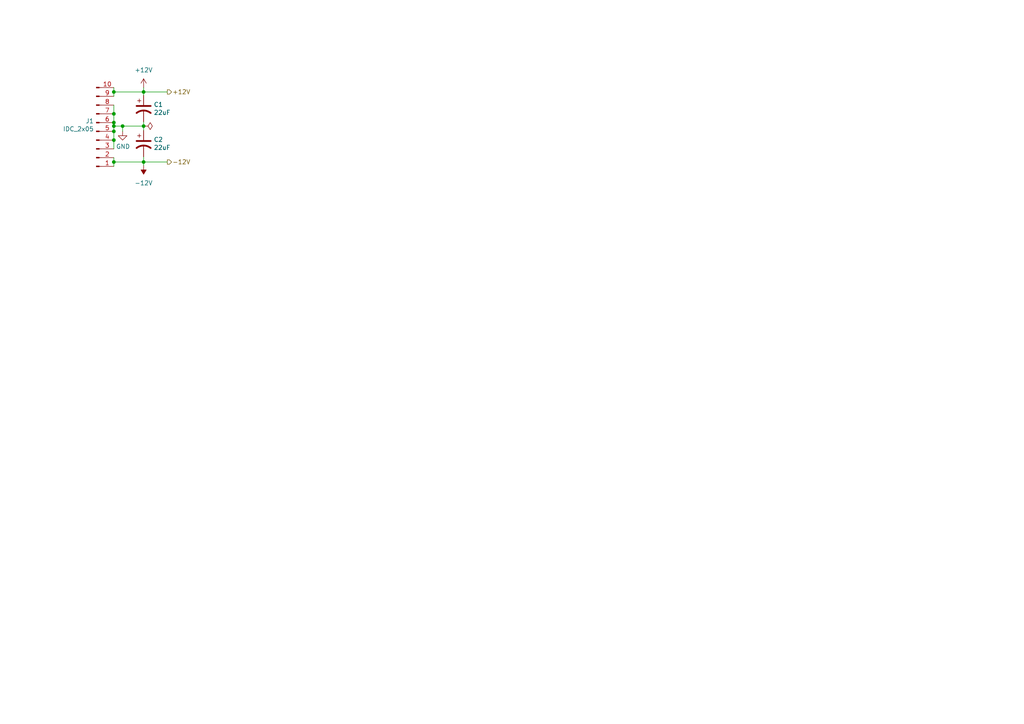
<source format=kicad_sch>
(kicad_sch (version 20211123) (generator eeschema)
  (paper "A4")
  (lib_symbols
    (symbol "Connector:Conn_01x10_Male" (pin_names (offset 1.016) hide)
      (property "Reference" "J" (at 0 12.7 0))
      (property "Value" "Conn_01x10_Male" (at 0 -15.24 0))
      (symbol "Conn_01x10_Male_1_1"
        (polyline (pts (xy 1.27 -12.7) (xy 0.8636 -12.7)) (stroke (width 0.1524)))
        (polyline (pts (xy 1.27 -10.16) (xy 0.8636 -10.16)) (stroke (width 0.1524)))
        (polyline (pts (xy 1.27 -7.62) (xy 0.8636 -7.62)) (stroke (width 0.1524)))
        (polyline (pts (xy 1.27 -5.08) (xy 0.8636 -5.08)) (stroke (width 0.1524)))
        (polyline (pts (xy 1.27 -2.54) (xy 0.8636 -2.54)) (stroke (width 0.1524)))
        (polyline (pts (xy 1.27 0) (xy 0.8636 0)) (stroke (width 0.1524)))
        (polyline (pts (xy 1.27 2.54) (xy 0.8636 2.54)) (stroke (width 0.1524)))
        (polyline (pts (xy 1.27 5.08) (xy 0.8636 5.08)) (stroke (width 0.1524)))
        (polyline (pts (xy 1.27 7.62) (xy 0.8636 7.62)) (stroke (width 0.1524)))
        (polyline (pts (xy 1.27 10.16) (xy 0.8636 10.16)) (stroke (width 0.1524)))
        (rectangle (start 0.8636 -12.573) (end 0 -12.827) (stroke (width 0.1524)) (fill (type outline)))
        (rectangle (start 0.8636 -10.033) (end 0 -10.287) (stroke (width 0.1524)) (fill (type outline)))
        (rectangle (start 0.8636 -7.493) (end 0 -7.747) (stroke (width 0.1524)) (fill (type outline)))
        (rectangle (start 0.8636 -4.953) (end 0 -5.207) (stroke (width 0.1524)) (fill (type outline)))
        (rectangle (start 0.8636 -2.413) (end 0 -2.667) (stroke (width 0.1524)) (fill (type outline)))
        (rectangle (start 0.8636 0.127) (end 0 -0.127) (stroke (width 0.1524)) (fill (type outline)))
        (rectangle (start 0.8636 2.667) (end 0 2.413) (stroke (width 0.1524)) (fill (type outline)))
        (rectangle (start 0.8636 5.207) (end 0 4.953) (stroke (width 0.1524)) (fill (type outline)))
        (rectangle (start 0.8636 7.747) (end 0 7.493) (stroke (width 0.1524)) (fill (type outline)))
        (rectangle (start 0.8636 10.287) (end 0 10.033) (stroke (width 0.1524)) (fill (type outline)))
        (pin passive line (at 5.08 10.16 180) (length 3.81) (name "Pin_1") (number "1"))
        (pin passive line (at 5.08 -12.7 180) (length 3.81) (name "Pin_10") (number "10"))
        (pin passive line (at 5.08 7.62 180) (length 3.81) (name "Pin_2") (number "2"))
        (pin passive line (at 5.08 5.08 180) (length 3.81) (name "Pin_3") (number "3"))
        (pin passive line (at 5.08 2.54 180) (length 3.81) (name "Pin_4") (number "4"))
        (pin passive line (at 5.08 0 180) (length 3.81) (name "Pin_5") (number "5"))
        (pin passive line (at 5.08 -2.54 180) (length 3.81) (name "Pin_6") (number "6"))
        (pin passive line (at 5.08 -5.08 180) (length 3.81) (name "Pin_7") (number "7"))
        (pin passive line (at 5.08 -7.62 180) (length 3.81) (name "Pin_8") (number "8"))
        (pin passive line (at 5.08 -10.16 180) (length 3.81) (name "Pin_9") (number "9"))
      )
    )
    (symbol "MiniDelay-rescue:CP1-Device" (pin_numbers hide) (pin_names (offset 0.254) hide)
      (property "Reference" "C" (at 0.635 2.54 0))
      (property "Value" "CP1-Device" (at 0.635 -2.54 0))
      (symbol "CP1-Device_0_1"
        (polyline (pts (xy -2.032 0.762) (xy 2.032 0.762)) (stroke (width 0.508)))
        (polyline (pts (xy -1.778 2.286) (xy -0.762 2.286)))
        (polyline (pts (xy -1.27 1.778) (xy -1.27 2.794)))
        (arc (start 2.032 -1.27) (mid 0 -0.5572) (end -2.032 -1.27) (stroke (width 0.508)))
      )
      (symbol "CP1-Device_1_1"
        (pin passive line (at 0 3.81 270) (length 2.794) (name "~") (number "1"))
        (pin passive line (at 0 -3.81 90) (length 3.302) (name "~") (number "2"))
      )
    )
    (symbol "power:+12V" (power) (pin_names (offset 0))
      (property "Value" "+12V" (at 0 3.556 0))
      (symbol "+12V_0_1"
        (polyline (pts (xy -0.762 1.27) (xy 0 2.54)))
        (polyline (pts (xy 0 0) (xy 0 2.54)))
        (polyline (pts (xy 0 2.54) (xy 0.762 1.27)))
      )
      (symbol "+12V_1_1"
        (pin power_in line (at 0 0 90) (length 0) hide (name "+12V") (number "1"))
      )
    )
    (symbol "power:-12V" (power) (pin_names (offset 0))
      (property "Value" "-12V" (at 0 3.81 0))
      (symbol "-12V_0_0"
        (pin power_in line (at 0 0 90) (length 0) hide (name "-12V") (number "1"))
      )
      (symbol "-12V_0_1"
        (polyline (pts (xy 0 0) (xy 0 1.27) (xy 0.762 1.27) (xy 0 2.54) (xy -0.762 1.27) (xy 0 1.27)) (fill (type outline)))
      )
    )
    (symbol "power:GND" (power) (pin_names (offset 0))
      (property "Value" "GND" (at 0 -3.81 0))
      (symbol "GND_0_1"
        (polyline (pts (xy 0 0) (xy 0 -1.27) (xy 1.27 -1.27) (xy 0 -2.54) (xy -1.27 -1.27) (xy 0 -1.27)))
      )
      (symbol "GND_1_1"
        (pin power_in line (at 0 0 270) (length 0) hide (name "GND") (number "1"))
      )
    )
    (symbol "power:PWR_FLAG" (power) (pin_numbers hide) (pin_names (offset 0) hide)
      (property "Value" "PWR_FLAG" (at 0 3.81 0))
      (symbol "PWR_FLAG_0_0"
        (pin power_out line (at 0 0 90) (length 0) (name "pwr") (number "1"))
      )
      (symbol "PWR_FLAG_0_1"
        (polyline (pts (xy 0 0) (xy 0 1.27) (xy -1.016 1.905) (xy 0 2.54) (xy 1.016 1.905) (xy 0 1.27)))
      )
    )
  )
  (junction (at 41.656 26.67))
  (junction (at 33.02 35.56))
  (junction (at 35.56 36.576))
  (junction (at 33.02 38.1))
  (junction (at 41.656 46.99))
  (junction (at 41.656 36.576))
  (junction (at 33.02 33.02))
  (junction (at 33.02 40.64))
  (junction (at 33.02 26.67))
  (junction (at 33.02 46.99))
  (junction (at 33.02 36.576))
  (wire (pts (xy 33.02 26.67) (xy 41.656 26.67)))
  (wire (pts (xy 41.656 26.67) (xy 48.514 26.67)))
  (wire (pts (xy 41.656 36.576) (xy 41.656 37.846)))
  (wire (pts (xy 35.56 36.576) (xy 35.56 38.1)))
  (wire (pts (xy 33.02 36.576) (xy 35.56 36.576)))
  (wire (pts (xy 35.56 36.576) (xy 41.656 36.576)))
  (wire (pts (xy 41.656 46.99) (xy 48.514 46.99)))
  (wire (pts (xy 41.656 26.67) (xy 41.656 27.686)))
  (wire (pts (xy 33.02 26.67) (xy 33.02 27.94)))
  (wire (pts (xy 33.02 36.576) (xy 33.02 38.1)))
  (wire (pts (xy 33.02 45.72) (xy 33.02 46.99)))
  (wire (pts (xy 33.02 38.1) (xy 33.02 40.64)))
  (wire (pts (xy 41.656 25.4) (xy 41.656 26.67)))
  (wire (pts (xy 33.02 40.64) (xy 33.02 43.18)))
  (wire (pts (xy 33.02 25.4) (xy 33.02 26.67)))
  (wire (pts (xy 41.656 35.306) (xy 41.656 36.576)))
  (wire (pts (xy 41.656 45.466) (xy 41.656 46.99)))
  (wire (pts (xy 33.02 46.99) (xy 33.02 48.26)))
  (wire (pts (xy 33.02 36.576) (xy 33.02 35.56)))
  (wire (pts (xy 33.02 30.48) (xy 33.02 33.02)))
  (wire (pts (xy 41.656 46.99) (xy 41.656 48.006)))
  (wire (pts (xy 33.02 46.99) (xy 41.656 46.99)))
  (wire (pts (xy 33.02 33.02) (xy 33.02 35.56)))
  (hierarchical_label "+12V" (shape output) (at 48.514 26.67 0))
  (hierarchical_label "-12V" (shape output) (at 48.514 46.99 0))
  (symbol (lib_id "power:GND") (at 35.56 38.1 0) (unit 1)
    (property "Reference" "#PWR017" (effects hide))
    (property "Value" "GND" (at 35.687 42.4942 0))
  )
  (symbol (lib_id "MiniDelay-rescue:CP1-Device") (at 41.656 41.656 0) (unit 1)
    (property "Reference" "C2" (at 44.577 40.4876 0) (effects (justify left)))
    (property "Value" "22uF" (at 44.577 42.799 0) (effects (justify left)))
    (property "Footprint" "Capacitor_SMD:C_0805_2012Metric_Pad1.18x1.45mm_HandSolder" (effects hide))
    (property "LCSC Part #" "C49678" (effects hide))
    (property "Mfg #" "CC0805KRX7R9BB104" (effects hide))
    (property "Manufacturers Part Number" "CC0805KRX7R9BB104" (effects hide))
    (property "Manufacturers Name" "YAGEO" (effects hide))
    (property "Type" "Surface mount" (effects hide))
    (property "Package" "0805" (effects hide))
    (property "Part Description" "Multilayer Ceramic Capacitors MLCC - SMD/SMT 50 V 0.1uF X7R 0805 10% " (effects hide))
  )
  (symbol (lib_id "Connector:Conn_01x10_Male") (at 27.94 38.1 0) (mirror x) (unit 1)
    (property "Reference" "J1" (at 27.2288 35.1028 0) (effects (justify right)))
    (property "Value" "IDC_2x05" (at 27.2288 37.4142 0) (effects (justify right)))
    (property "Footprint" "Connector_IDC:IDC-Header_2x05_P2.54mm_Vertical" (effects hide))
    (property "Type" "Thru-hole" (effects hide))
    (property "LCSC Part #" "C706914" (effects hide))
    (property "Manufacturers Name" "XKB Connectivity" (effects hide))
    (property "Manufacturers Part Number" "X9555WV-2X05-6TV01" (effects hide))
    (property "Mfg #" "X9555WV-2X05-6TV01" (effects hide))
    (property "Package" "Straight,P=2.54mm" (effects hide))
    (property "Part Description" "IDC Connector 2x05 2.54mm Pitch Straight" (effects hide))
  )
  (symbol (lib_id "power:+12V") (at 41.656 25.4 0) (unit 1)
    (property "Reference" "#PWR018" (effects hide))
    (property "Value" "+12V" (at 41.656 20.32 0))
  )
  (symbol (lib_id "power:PWR_FLAG") (at 41.656 36.576 270) (unit 1)
    (property "Reference" "#FLG01" (effects hide))
    (property "Value" "PWR_FLAG" (effects hide))
  )
  (symbol (lib_id "power:-12V") (at 41.656 48.006 180) (unit 1)
    (property "Reference" "#PWR019" (effects hide))
    (property "Value" "-12V" (at 41.656 53.086 0))
  )
  (symbol (lib_id "MiniDelay-rescue:CP1-Device") (at 41.656 31.496 0) (unit 1)
    (property "Reference" "C1" (at 44.577 30.3276 0) (effects (justify left)))
    (property "Value" "22uF" (at 44.577 32.639 0) (effects (justify left)))
    (property "Footprint" "Capacitor_SMD:C_0805_2012Metric_Pad1.18x1.45mm_HandSolder" (effects hide))
    (property "LCSC Part #" "C49678" (effects hide))
    (property "Mfg #" "CC0805KRX7R9BB104" (effects hide))
    (property "Manufacturers Part Number" "CC0805KRX7R9BB104" (effects hide))
    (property "Manufacturers Name" "YAGEO" (effects hide))
    (property "Type" "Surface mount" (effects hide))
    (property "Package" "0805" (effects hide))
    (property "Part Description" "Multilayer Ceramic Capacitors MLCC - SMD/SMT 50 V 0.1uF X7R 0805 10% " (effects hide))
  )
)
</source>
